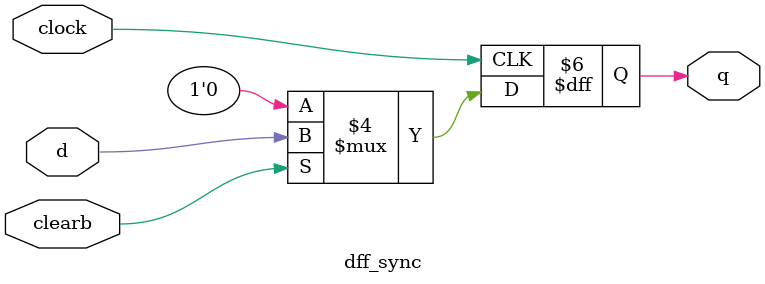
<source format=v>
module dff_sync (d, clearb, clock, q) ;
	input d, clearb, clock ;
	output q ;
	reg q ;
	
	always @(posedge clock)
	begin
	if (!clearb) q <= 1'b0 ;
	else q <= d ;
	end
endmodule


</source>
